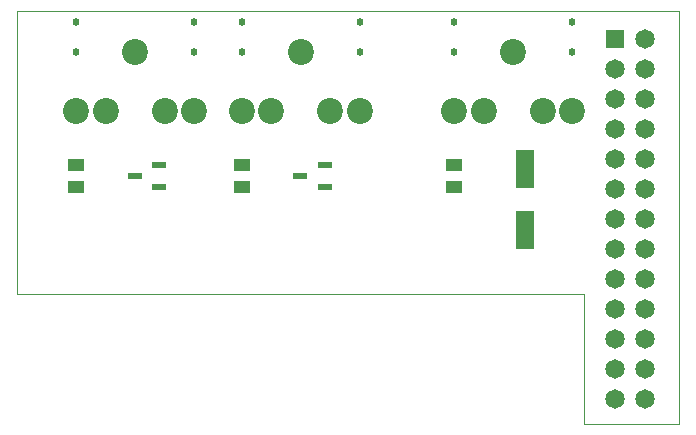
<source format=gts>
%FSLAX34Y34*%
G04 Gerber Fmt 3.4, Leading zero omitted, Abs format*
G04 (created by PCBNEW (2014-05-22 BZR 4881)-product) date Fri 30 May 2014 08:08:43 PM EDT*
%MOIN*%
G01*
G70*
G90*
G04 APERTURE LIST*
%ADD10C,0.003937*%
%ADD11R,0.064961X0.064961*%
%ADD12C,0.064961*%
%ADD13R,0.064961X0.127953*%
%ADD14C,0.024606*%
%ADD15C,0.086614*%
%ADD16R,0.051181X0.023622*%
%ADD17R,0.057087X0.039370*%
G04 APERTURE END LIST*
G54D10*
X58267Y-48818D02*
X39370Y-48818D01*
X58267Y-53149D02*
X58267Y-48818D01*
X61417Y-53149D02*
X58267Y-53149D01*
X61417Y-39370D02*
X61417Y-53149D01*
X39370Y-39370D02*
X39370Y-48818D01*
X39370Y-39370D02*
X61417Y-39370D01*
G54D11*
X59291Y-40314D03*
G54D12*
X60291Y-40314D03*
X59291Y-41314D03*
X60291Y-41314D03*
X59291Y-42314D03*
X60291Y-42314D03*
X59291Y-43314D03*
X60291Y-43314D03*
X59291Y-44314D03*
X60291Y-44314D03*
X59291Y-45314D03*
X60291Y-45314D03*
X59291Y-46314D03*
X60291Y-46314D03*
X59291Y-47314D03*
X60291Y-47314D03*
X59291Y-48314D03*
X60291Y-48314D03*
X59291Y-49314D03*
X60291Y-49314D03*
X59291Y-50314D03*
X60291Y-50314D03*
X59291Y-51314D03*
X60291Y-51314D03*
X59291Y-52314D03*
X60291Y-52314D03*
G54D13*
X56299Y-46692D03*
X56299Y-44645D03*
G54D14*
X50787Y-39763D03*
X50787Y-40748D03*
X46850Y-39763D03*
X46850Y-40748D03*
G54D15*
X48818Y-40748D03*
X46850Y-42716D03*
X50787Y-42716D03*
X47834Y-42716D03*
X49803Y-42716D03*
G54D14*
X57874Y-39763D03*
X57874Y-40748D03*
X53937Y-39763D03*
X53937Y-40748D03*
G54D15*
X55905Y-40748D03*
X53937Y-42716D03*
X57874Y-42716D03*
X54921Y-42716D03*
X56889Y-42716D03*
G54D14*
X45275Y-39763D03*
X45275Y-40748D03*
X41338Y-39763D03*
X41338Y-40748D03*
G54D15*
X43307Y-40748D03*
X41338Y-42716D03*
X45275Y-42716D03*
X42322Y-42716D03*
X44291Y-42716D03*
G54D16*
X49625Y-45255D03*
X49625Y-44507D03*
X48799Y-44881D03*
X44114Y-45255D03*
X44114Y-44507D03*
X43287Y-44881D03*
G54D17*
X46850Y-45255D03*
X46850Y-44507D03*
X53937Y-45255D03*
X53937Y-44507D03*
X41338Y-45255D03*
X41338Y-44507D03*
M02*

</source>
